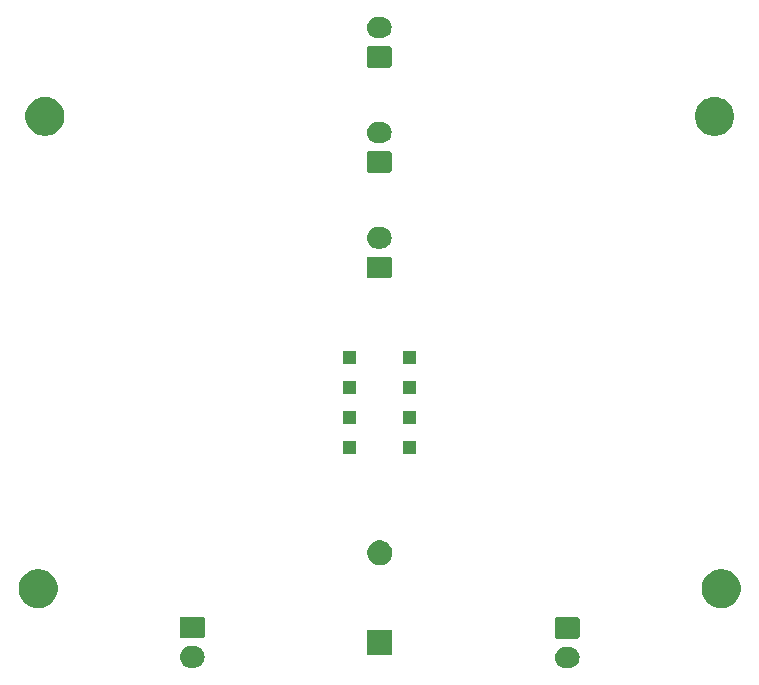
<source format=gbr>
%TF.GenerationSoftware,KiCad,Pcbnew,(5.1.5)-3*%
%TF.CreationDate,2020-08-07T17:04:35+02:00*%
%TF.ProjectId,continuity,636f6e74-696e-4756-9974-792e6b696361,rev?*%
%TF.SameCoordinates,Original*%
%TF.FileFunction,Soldermask,Bot*%
%TF.FilePolarity,Negative*%
%FSLAX46Y46*%
G04 Gerber Fmt 4.6, Leading zero omitted, Abs format (unit mm)*
G04 Created by KiCad (PCBNEW (5.1.5)-3) date 2020-08-07 17:04:35*
%MOMM*%
%LPD*%
G04 APERTURE LIST*
%ADD10C,0.100000*%
G04 APERTURE END LIST*
D10*
G36*
X75849467Y-98501847D02*
G01*
X75915652Y-98508366D01*
X76085491Y-98559886D01*
X76242016Y-98643551D01*
X76277754Y-98672881D01*
X76379211Y-98756143D01*
X76458976Y-98853338D01*
X76491803Y-98893338D01*
X76575468Y-99049863D01*
X76626988Y-99219702D01*
X76644384Y-99396329D01*
X76626988Y-99572956D01*
X76575468Y-99742795D01*
X76491803Y-99899320D01*
X76462473Y-99935058D01*
X76379211Y-100036515D01*
X76290756Y-100109107D01*
X76242016Y-100149107D01*
X76085491Y-100232772D01*
X75915652Y-100284292D01*
X75849467Y-100290811D01*
X75783285Y-100297329D01*
X75394765Y-100297329D01*
X75328583Y-100290811D01*
X75262398Y-100284292D01*
X75092559Y-100232772D01*
X74936034Y-100149107D01*
X74887294Y-100109107D01*
X74798839Y-100036515D01*
X74715577Y-99935058D01*
X74686247Y-99899320D01*
X74602582Y-99742795D01*
X74551062Y-99572956D01*
X74533666Y-99396329D01*
X74551062Y-99219702D01*
X74602582Y-99049863D01*
X74686247Y-98893338D01*
X74719074Y-98853338D01*
X74798839Y-98756143D01*
X74900296Y-98672881D01*
X74936034Y-98643551D01*
X75092559Y-98559886D01*
X75262398Y-98508366D01*
X75328582Y-98501848D01*
X75394765Y-98495329D01*
X75783285Y-98495329D01*
X75849467Y-98501847D01*
G37*
G36*
X44099467Y-98461847D02*
G01*
X44165652Y-98468366D01*
X44335491Y-98519886D01*
X44492016Y-98603551D01*
X44527754Y-98632881D01*
X44629211Y-98716143D01*
X44712473Y-98817600D01*
X44741803Y-98853338D01*
X44825468Y-99009863D01*
X44876988Y-99179702D01*
X44894384Y-99356329D01*
X44876988Y-99532956D01*
X44825468Y-99702795D01*
X44741803Y-99859320D01*
X44712473Y-99895058D01*
X44629211Y-99996515D01*
X44527754Y-100079777D01*
X44492016Y-100109107D01*
X44335491Y-100192772D01*
X44165652Y-100244292D01*
X44099468Y-100250810D01*
X44033285Y-100257329D01*
X43644765Y-100257329D01*
X43578582Y-100250810D01*
X43512398Y-100244292D01*
X43342559Y-100192772D01*
X43186034Y-100109107D01*
X43150296Y-100079777D01*
X43048839Y-99996515D01*
X42965577Y-99895058D01*
X42936247Y-99859320D01*
X42852582Y-99702795D01*
X42801062Y-99532956D01*
X42783666Y-99356329D01*
X42801062Y-99179702D01*
X42852582Y-99009863D01*
X42936247Y-98853338D01*
X42965577Y-98817600D01*
X43048839Y-98716143D01*
X43150296Y-98632881D01*
X43186034Y-98603551D01*
X43342559Y-98519886D01*
X43512398Y-98468366D01*
X43578583Y-98461847D01*
X43644765Y-98455329D01*
X44033285Y-98455329D01*
X44099467Y-98461847D01*
G37*
G36*
X60765025Y-99177329D02*
G01*
X58663025Y-99177329D01*
X58663025Y-97075329D01*
X60765025Y-97075329D01*
X60765025Y-99177329D01*
G37*
G36*
X76497625Y-95999318D02*
G01*
X76530677Y-96009344D01*
X76561128Y-96025621D01*
X76587824Y-96047530D01*
X76609733Y-96074226D01*
X76626010Y-96104677D01*
X76636036Y-96137729D01*
X76640025Y-96178232D01*
X76640025Y-97614426D01*
X76636036Y-97654929D01*
X76626010Y-97687981D01*
X76609733Y-97718432D01*
X76587824Y-97745128D01*
X76561128Y-97767037D01*
X76530677Y-97783314D01*
X76497625Y-97793340D01*
X76457122Y-97797329D01*
X74720928Y-97797329D01*
X74680425Y-97793340D01*
X74647373Y-97783314D01*
X74616922Y-97767037D01*
X74590226Y-97745128D01*
X74568317Y-97718432D01*
X74552040Y-97687981D01*
X74542014Y-97654929D01*
X74538025Y-97614426D01*
X74538025Y-96178232D01*
X74542014Y-96137729D01*
X74552040Y-96104677D01*
X74568317Y-96074226D01*
X74590226Y-96047530D01*
X74616922Y-96025621D01*
X74647373Y-96009344D01*
X74680425Y-95999318D01*
X74720928Y-95995329D01*
X76457122Y-95995329D01*
X76497625Y-95999318D01*
G37*
G36*
X44747625Y-95959318D02*
G01*
X44780677Y-95969344D01*
X44811128Y-95985621D01*
X44837824Y-96007530D01*
X44859733Y-96034226D01*
X44876010Y-96064677D01*
X44886036Y-96097729D01*
X44890025Y-96138232D01*
X44890025Y-97574426D01*
X44886036Y-97614929D01*
X44876010Y-97647981D01*
X44859733Y-97678432D01*
X44837824Y-97705128D01*
X44811128Y-97727037D01*
X44780677Y-97743314D01*
X44747625Y-97753340D01*
X44707122Y-97757329D01*
X42970928Y-97757329D01*
X42930425Y-97753340D01*
X42897373Y-97743314D01*
X42866922Y-97727037D01*
X42840226Y-97705128D01*
X42818317Y-97678432D01*
X42802040Y-97647981D01*
X42792014Y-97614929D01*
X42788025Y-97574426D01*
X42788025Y-96138232D01*
X42792014Y-96097729D01*
X42802040Y-96064677D01*
X42818317Y-96034226D01*
X42840226Y-96007530D01*
X42866922Y-95985621D01*
X42897373Y-95969344D01*
X42930425Y-95959318D01*
X42970928Y-95955329D01*
X44707122Y-95955329D01*
X44747625Y-95959318D01*
G37*
G36*
X89002325Y-91968812D02*
G01*
X89108648Y-91989961D01*
X89321106Y-92077964D01*
X89408530Y-92114176D01*
X89409111Y-92114417D01*
X89679520Y-92295099D01*
X89909484Y-92525063D01*
X90090166Y-92795472D01*
X90214622Y-93095935D01*
X90278069Y-93414905D01*
X90278069Y-93740123D01*
X90214622Y-94059093D01*
X90090166Y-94359556D01*
X89909484Y-94629965D01*
X89679520Y-94859929D01*
X89409111Y-95040611D01*
X89108648Y-95165067D01*
X89002325Y-95186216D01*
X88789680Y-95228514D01*
X88464458Y-95228514D01*
X88251813Y-95186216D01*
X88145490Y-95165067D01*
X87845027Y-95040611D01*
X87574618Y-94859929D01*
X87344654Y-94629965D01*
X87163972Y-94359556D01*
X87039516Y-94059093D01*
X86976069Y-93740123D01*
X86976069Y-93414905D01*
X87039516Y-93095935D01*
X87163972Y-92795472D01*
X87344654Y-92525063D01*
X87574618Y-92295099D01*
X87845027Y-92114417D01*
X87845609Y-92114176D01*
X87933032Y-92077964D01*
X88145490Y-91989961D01*
X88251813Y-91968812D01*
X88464458Y-91926514D01*
X88789680Y-91926514D01*
X89002325Y-91968812D01*
G37*
G36*
X31176326Y-91968571D02*
G01*
X31282649Y-91989720D01*
X31583112Y-92114176D01*
X31853521Y-92294858D01*
X32083485Y-92524822D01*
X32264167Y-92795231D01*
X32388623Y-93095694D01*
X32452070Y-93414664D01*
X32452070Y-93739882D01*
X32388623Y-94058852D01*
X32264167Y-94359315D01*
X32083485Y-94629724D01*
X31853521Y-94859688D01*
X31583112Y-95040370D01*
X31583111Y-95040371D01*
X31583110Y-95040371D01*
X31582528Y-95040612D01*
X31282649Y-95164826D01*
X31176326Y-95185975D01*
X30963681Y-95228273D01*
X30638459Y-95228273D01*
X30425814Y-95185975D01*
X30319491Y-95164826D01*
X30019612Y-95040612D01*
X30019030Y-95040371D01*
X30019029Y-95040371D01*
X30019028Y-95040370D01*
X29748619Y-94859688D01*
X29518655Y-94629724D01*
X29337973Y-94359315D01*
X29213517Y-94058852D01*
X29150070Y-93739882D01*
X29150070Y-93414664D01*
X29213517Y-93095694D01*
X29337973Y-92795231D01*
X29518655Y-92524822D01*
X29748619Y-92294858D01*
X30019028Y-92114176D01*
X30319491Y-91989720D01*
X30425814Y-91968571D01*
X30638459Y-91926273D01*
X30963681Y-91926273D01*
X31176326Y-91968571D01*
G37*
G36*
X60020589Y-89515718D02*
G01*
X60211858Y-89594944D01*
X60211860Y-89594945D01*
X60383998Y-89709964D01*
X60530390Y-89856356D01*
X60645410Y-90028496D01*
X60724636Y-90219765D01*
X60765025Y-90422813D01*
X60765025Y-90629845D01*
X60724636Y-90832893D01*
X60645410Y-91024162D01*
X60645409Y-91024164D01*
X60530390Y-91196302D01*
X60383998Y-91342694D01*
X60211860Y-91457713D01*
X60211859Y-91457714D01*
X60211858Y-91457714D01*
X60020589Y-91536940D01*
X59817541Y-91577329D01*
X59610509Y-91577329D01*
X59407461Y-91536940D01*
X59216192Y-91457714D01*
X59216191Y-91457714D01*
X59216190Y-91457713D01*
X59044052Y-91342694D01*
X58897660Y-91196302D01*
X58782641Y-91024164D01*
X58782640Y-91024162D01*
X58703414Y-90832893D01*
X58663025Y-90629845D01*
X58663025Y-90422813D01*
X58703414Y-90219765D01*
X58782640Y-90028496D01*
X58897660Y-89856356D01*
X59044052Y-89709964D01*
X59216190Y-89594945D01*
X59216192Y-89594944D01*
X59407461Y-89515718D01*
X59610509Y-89475329D01*
X59817541Y-89475329D01*
X60020589Y-89515718D01*
G37*
G36*
X62765025Y-82167329D02*
G01*
X61663025Y-82167329D01*
X61663025Y-81065329D01*
X62765025Y-81065329D01*
X62765025Y-82167329D01*
G37*
G36*
X57685025Y-82167329D02*
G01*
X56583025Y-82167329D01*
X56583025Y-81065329D01*
X57685025Y-81065329D01*
X57685025Y-82167329D01*
G37*
G36*
X62765025Y-79627329D02*
G01*
X61663025Y-79627329D01*
X61663025Y-78525329D01*
X62765025Y-78525329D01*
X62765025Y-79627329D01*
G37*
G36*
X57685025Y-79627329D02*
G01*
X56583025Y-79627329D01*
X56583025Y-78525329D01*
X57685025Y-78525329D01*
X57685025Y-79627329D01*
G37*
G36*
X57685025Y-77087329D02*
G01*
X56583025Y-77087329D01*
X56583025Y-75985329D01*
X57685025Y-75985329D01*
X57685025Y-77087329D01*
G37*
G36*
X62765025Y-77087329D02*
G01*
X61663025Y-77087329D01*
X61663025Y-75985329D01*
X62765025Y-75985329D01*
X62765025Y-77087329D01*
G37*
G36*
X57685025Y-74547329D02*
G01*
X56583025Y-74547329D01*
X56583025Y-73445329D01*
X57685025Y-73445329D01*
X57685025Y-74547329D01*
G37*
G36*
X62765025Y-74547329D02*
G01*
X61663025Y-74547329D01*
X61663025Y-73445329D01*
X62765025Y-73445329D01*
X62765025Y-74547329D01*
G37*
G36*
X60582625Y-65479318D02*
G01*
X60615677Y-65489344D01*
X60646128Y-65505621D01*
X60672824Y-65527530D01*
X60694733Y-65554226D01*
X60711010Y-65584677D01*
X60721036Y-65617729D01*
X60725025Y-65658232D01*
X60725025Y-67094426D01*
X60721036Y-67134929D01*
X60711010Y-67167981D01*
X60694733Y-67198432D01*
X60672824Y-67225128D01*
X60646128Y-67247037D01*
X60615677Y-67263314D01*
X60582625Y-67273340D01*
X60542122Y-67277329D01*
X58805928Y-67277329D01*
X58765425Y-67273340D01*
X58732373Y-67263314D01*
X58701922Y-67247037D01*
X58675226Y-67225128D01*
X58653317Y-67198432D01*
X58637040Y-67167981D01*
X58627014Y-67134929D01*
X58623025Y-67094426D01*
X58623025Y-65658232D01*
X58627014Y-65617729D01*
X58637040Y-65584677D01*
X58653317Y-65554226D01*
X58675226Y-65527530D01*
X58701922Y-65505621D01*
X58732373Y-65489344D01*
X58765425Y-65479318D01*
X58805928Y-65475329D01*
X60542122Y-65475329D01*
X60582625Y-65479318D01*
G37*
G36*
X59934468Y-62981848D02*
G01*
X60000652Y-62988366D01*
X60170491Y-63039886D01*
X60327016Y-63123551D01*
X60362754Y-63152881D01*
X60464211Y-63236143D01*
X60547473Y-63337600D01*
X60576803Y-63373338D01*
X60660468Y-63529863D01*
X60711988Y-63699702D01*
X60729384Y-63876329D01*
X60711988Y-64052956D01*
X60660468Y-64222795D01*
X60576803Y-64379320D01*
X60547473Y-64415058D01*
X60464211Y-64516515D01*
X60362754Y-64599777D01*
X60327016Y-64629107D01*
X60170491Y-64712772D01*
X60000652Y-64764292D01*
X59934467Y-64770811D01*
X59868285Y-64777329D01*
X59479765Y-64777329D01*
X59413583Y-64770811D01*
X59347398Y-64764292D01*
X59177559Y-64712772D01*
X59021034Y-64629107D01*
X58985296Y-64599777D01*
X58883839Y-64516515D01*
X58800577Y-64415058D01*
X58771247Y-64379320D01*
X58687582Y-64222795D01*
X58636062Y-64052956D01*
X58618666Y-63876329D01*
X58636062Y-63699702D01*
X58687582Y-63529863D01*
X58771247Y-63373338D01*
X58800577Y-63337600D01*
X58883839Y-63236143D01*
X58985296Y-63152881D01*
X59021034Y-63123551D01*
X59177559Y-63039886D01*
X59347398Y-62988366D01*
X59413582Y-62981848D01*
X59479765Y-62975329D01*
X59868285Y-62975329D01*
X59934468Y-62981848D01*
G37*
G36*
X60582625Y-56549318D02*
G01*
X60615677Y-56559344D01*
X60646128Y-56575621D01*
X60672824Y-56597530D01*
X60694733Y-56624226D01*
X60711010Y-56654677D01*
X60721036Y-56687729D01*
X60725025Y-56728232D01*
X60725025Y-58164426D01*
X60721036Y-58204929D01*
X60711010Y-58237981D01*
X60694733Y-58268432D01*
X60672824Y-58295128D01*
X60646128Y-58317037D01*
X60615677Y-58333314D01*
X60582625Y-58343340D01*
X60542122Y-58347329D01*
X58805928Y-58347329D01*
X58765425Y-58343340D01*
X58732373Y-58333314D01*
X58701922Y-58317037D01*
X58675226Y-58295128D01*
X58653317Y-58268432D01*
X58637040Y-58237981D01*
X58627014Y-58204929D01*
X58623025Y-58164426D01*
X58623025Y-56728232D01*
X58627014Y-56687729D01*
X58637040Y-56654677D01*
X58653317Y-56624226D01*
X58675226Y-56597530D01*
X58701922Y-56575621D01*
X58732373Y-56559344D01*
X58765425Y-56549318D01*
X58805928Y-56545329D01*
X60542122Y-56545329D01*
X60582625Y-56549318D01*
G37*
G36*
X59934467Y-54051847D02*
G01*
X60000652Y-54058366D01*
X60170491Y-54109886D01*
X60327016Y-54193551D01*
X60362754Y-54222881D01*
X60464211Y-54306143D01*
X60547473Y-54407600D01*
X60576803Y-54443338D01*
X60660468Y-54599863D01*
X60711988Y-54769702D01*
X60729384Y-54946329D01*
X60711988Y-55122956D01*
X60660468Y-55292795D01*
X60576803Y-55449320D01*
X60547473Y-55485058D01*
X60464211Y-55586515D01*
X60362754Y-55669777D01*
X60327016Y-55699107D01*
X60170491Y-55782772D01*
X60000652Y-55834292D01*
X59934467Y-55840811D01*
X59868285Y-55847329D01*
X59479765Y-55847329D01*
X59413583Y-55840811D01*
X59347398Y-55834292D01*
X59177559Y-55782772D01*
X59021034Y-55699107D01*
X58985296Y-55669777D01*
X58883839Y-55586515D01*
X58800577Y-55485058D01*
X58771247Y-55449320D01*
X58687582Y-55292795D01*
X58636062Y-55122956D01*
X58618666Y-54946329D01*
X58636062Y-54769702D01*
X58687582Y-54599863D01*
X58771247Y-54443338D01*
X58800577Y-54407600D01*
X58883839Y-54306143D01*
X58985296Y-54222881D01*
X59021034Y-54193551D01*
X59177559Y-54109886D01*
X59347398Y-54058366D01*
X59413583Y-54051847D01*
X59479765Y-54045329D01*
X59868285Y-54045329D01*
X59934467Y-54051847D01*
G37*
G36*
X88430492Y-51968809D02*
G01*
X88536815Y-51989958D01*
X88749273Y-52077961D01*
X88836709Y-52114178D01*
X88837278Y-52114414D01*
X89107687Y-52295096D01*
X89337651Y-52525060D01*
X89518333Y-52795469D01*
X89642789Y-53095932D01*
X89706236Y-53414902D01*
X89706236Y-53740120D01*
X89642789Y-54059090D01*
X89518333Y-54359553D01*
X89337651Y-54629962D01*
X89107687Y-54859926D01*
X88837278Y-55040608D01*
X88536815Y-55165064D01*
X88430492Y-55186213D01*
X88217847Y-55228511D01*
X87892625Y-55228511D01*
X87679980Y-55186213D01*
X87573657Y-55165064D01*
X87273194Y-55040608D01*
X87002785Y-54859926D01*
X86772821Y-54629962D01*
X86592139Y-54359553D01*
X86467683Y-54059090D01*
X86404236Y-53740120D01*
X86404236Y-53414902D01*
X86467683Y-53095932D01*
X86592139Y-52795469D01*
X86772821Y-52525060D01*
X87002785Y-52295096D01*
X87273194Y-52114414D01*
X87273764Y-52114178D01*
X87361199Y-52077961D01*
X87573657Y-51989958D01*
X87679980Y-51968809D01*
X87892625Y-51926511D01*
X88217847Y-51926511D01*
X88430492Y-51968809D01*
G37*
G36*
X31748493Y-51968573D02*
G01*
X31854816Y-51989722D01*
X32155279Y-52114178D01*
X32425688Y-52294860D01*
X32655652Y-52524824D01*
X32836334Y-52795233D01*
X32960790Y-53095696D01*
X33024237Y-53414666D01*
X33024237Y-53739884D01*
X32960790Y-54058854D01*
X32836334Y-54359317D01*
X32655652Y-54629726D01*
X32425688Y-54859690D01*
X32155279Y-55040372D01*
X32155278Y-55040373D01*
X32155277Y-55040373D01*
X32154707Y-55040609D01*
X31854816Y-55164828D01*
X31748493Y-55185977D01*
X31535848Y-55228275D01*
X31210626Y-55228275D01*
X30997981Y-55185977D01*
X30891658Y-55164828D01*
X30591767Y-55040609D01*
X30591197Y-55040373D01*
X30591196Y-55040373D01*
X30591195Y-55040372D01*
X30320786Y-54859690D01*
X30090822Y-54629726D01*
X29910140Y-54359317D01*
X29785684Y-54058854D01*
X29722237Y-53739884D01*
X29722237Y-53414666D01*
X29785684Y-53095696D01*
X29910140Y-52795233D01*
X30090822Y-52524824D01*
X30320786Y-52294860D01*
X30591195Y-52114178D01*
X30891658Y-51989722D01*
X30997981Y-51968573D01*
X31210626Y-51926275D01*
X31535848Y-51926275D01*
X31748493Y-51968573D01*
G37*
G36*
X60582625Y-47659318D02*
G01*
X60615677Y-47669344D01*
X60646128Y-47685621D01*
X60672824Y-47707530D01*
X60694733Y-47734226D01*
X60711010Y-47764677D01*
X60721036Y-47797729D01*
X60725025Y-47838232D01*
X60725025Y-49274426D01*
X60721036Y-49314929D01*
X60711010Y-49347981D01*
X60694733Y-49378432D01*
X60672824Y-49405128D01*
X60646128Y-49427037D01*
X60615677Y-49443314D01*
X60582625Y-49453340D01*
X60542122Y-49457329D01*
X58805928Y-49457329D01*
X58765425Y-49453340D01*
X58732373Y-49443314D01*
X58701922Y-49427037D01*
X58675226Y-49405128D01*
X58653317Y-49378432D01*
X58637040Y-49347981D01*
X58627014Y-49314929D01*
X58623025Y-49274426D01*
X58623025Y-47838232D01*
X58627014Y-47797729D01*
X58637040Y-47764677D01*
X58653317Y-47734226D01*
X58675226Y-47707530D01*
X58701922Y-47685621D01*
X58732373Y-47669344D01*
X58765425Y-47659318D01*
X58805928Y-47655329D01*
X60542122Y-47655329D01*
X60582625Y-47659318D01*
G37*
G36*
X59934468Y-45161848D02*
G01*
X60000652Y-45168366D01*
X60170491Y-45219886D01*
X60327016Y-45303551D01*
X60362754Y-45332881D01*
X60464211Y-45416143D01*
X60547473Y-45517600D01*
X60576803Y-45553338D01*
X60660468Y-45709863D01*
X60711988Y-45879702D01*
X60729384Y-46056329D01*
X60711988Y-46232956D01*
X60660468Y-46402795D01*
X60576803Y-46559320D01*
X60547473Y-46595058D01*
X60464211Y-46696515D01*
X60362754Y-46779777D01*
X60327016Y-46809107D01*
X60170491Y-46892772D01*
X60000652Y-46944292D01*
X59934468Y-46950810D01*
X59868285Y-46957329D01*
X59479765Y-46957329D01*
X59413582Y-46950810D01*
X59347398Y-46944292D01*
X59177559Y-46892772D01*
X59021034Y-46809107D01*
X58985296Y-46779777D01*
X58883839Y-46696515D01*
X58800577Y-46595058D01*
X58771247Y-46559320D01*
X58687582Y-46402795D01*
X58636062Y-46232956D01*
X58618666Y-46056329D01*
X58636062Y-45879702D01*
X58687582Y-45709863D01*
X58771247Y-45553338D01*
X58800577Y-45517600D01*
X58883839Y-45416143D01*
X58985296Y-45332881D01*
X59021034Y-45303551D01*
X59177559Y-45219886D01*
X59347398Y-45168366D01*
X59413582Y-45161848D01*
X59479765Y-45155329D01*
X59868285Y-45155329D01*
X59934468Y-45161848D01*
G37*
M02*

</source>
